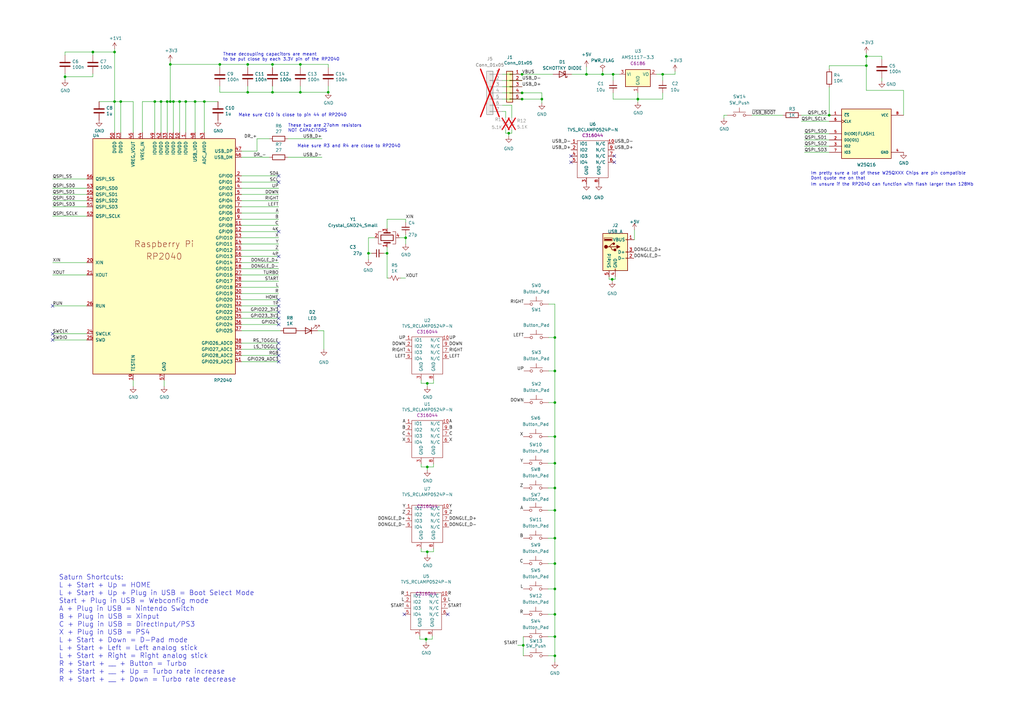
<source format=kicad_sch>
(kicad_sch (version 20231120) (generator "eeschema") (generator_version "8.0")
  (paper "A3")
  (title_block (title "Nintendo OEM SNES controller replacement PCB") (date "2022-10-21") (rev "3") (comment 1 "http://creativecommons.org/licenses/by-sa/4.0") (comment 2 "Attribution-ShareAlike v4.0 license.") (comment 3 "This document describes Open Hardware and is licensed under the Creative Commons") (comment 4 "(c) 2022 Bob Taylor"))
  (junction (at 222.25 40.64))
  (junction (at 151.13 103.886))
  (junction (at 175.26 157.226))
  (junction (at 63.5 41.656))
  (junction (at 49.53 41.656))
  (junction (at 123.19 37.846))
  (junction (at 69.85 41.656))
  (junction (at 271.78 30.48))
  (junction (at 66.04 41.656))
  (junction (at 227.584 231.14))
  (junction (at 261.62 40.64))
  (junction (at 83.82 41.656))
  (junction (at 69.85 26.416))
  (junction (at 227.584 261.112))
  (junction (at 73.66 41.656))
  (junction (at 355.346 23.114))
  (junction (at 76.2 41.656))
  (junction (at 227.584 179.07))
  (junction (at 134.62 37.846))
  (junction (at 214.63 264.668))
  (junction (at 227.584 138.43))
  (junction (at 251.46 30.48))
  (junction (at 90.17 26.416))
  (junction (at 247.142 30.48))
  (junction (at 227.584 251.968))
  (junction (at 123.19 26.416))
  (junction (at 46.99 21.336))
  (junction (at 46.99 41.656))
  (junction (at 80.01 41.656))
  (junction (at 227.584 209.296))
  (junction (at 208.661 54.61))
  (junction (at 227.584 152.146))
  (junction (at 240.538 30.48))
  (junction (at 355.346 26.924))
  (junction (at 174.752 262.128))
  (junction (at 68.58 41.656))
  (junction (at 227.584 241.554))
  (junction (at 166.37 97.536))
  (junction (at 227.584 200.152))
  (junction (at 111.76 26.416))
  (junction (at 175.26 226.314))
  (junction (at 111.76 37.846))
  (junction (at 101.6 37.846))
  (junction (at 158.75 103.886))
  (junction (at 214.122 30.48))
  (junction (at 26.67 31.496))
  (junction (at 340.106 47.244))
  (junction (at 214.122 38.1))
  (junction (at 101.6 26.416))
  (junction (at 227.584 165.1))
  (junction (at 71.12 41.656))
  (junction (at 38.1 21.336))
  (junction (at 214.122 40.64))
  (junction (at 175.26 191.516))
  (junction (at 251.079 114.554))
  (junction (at 227.584 268.986))
  (junction (at 227.584 220.726))
  (junction (at 227.584 189.992))
  (no_connect (at 251.968 64.008))
  (no_connect (at 234.188 66.548))
  (no_connect (at 114.3 74.676))
  (no_connect (at 114.3 148.336))
  (no_connect (at 21.59 125.476))
  (no_connect (at 251.968 66.548))
  (no_connect (at 114.3 140.716))
  (no_connect (at 21.59 136.906))
  (no_connect (at 234.188 64.008))
  (no_connect (at 114.3 145.796))
  (no_connect (at 165.862 251.968))
  (no_connect (at 21.59 139.446))
  (no_connect (at 114.3 125.476))
  (no_connect (at 183.642 251.968))
  (no_connect (at 114.3 128.016))
  (no_connect (at 114.3 94.996))
  (no_connect (at 114.3 130.556))
  (no_connect (at 114.3 105.156))
  (no_connect (at 114.3 72.136))
  (no_connect (at 114.3 122.936))
  (no_connect (at 114.3 133.096))
  (no_connect (at 114.3 143.256))
  (wire (pts (xy 271.78 30.48) (xy 271.78 33.02)))
  (wire (pts (xy 54.61 41.656) (xy 49.53 41.656)))
  (wire (pts (xy 260.223 98.298) (xy 259.969 98.298)))
  (wire (pts (xy 296.926 47.244) (xy 298.196 47.244)))
  (wire (pts (xy 99.06 143.256) (xy 114.3 143.256)))
  (wire (pts (xy 269.24 30.48) (xy 271.78 30.48)))
  (wire (pts (xy 340.106 28.194) (xy 340.106 26.924)))
  (wire (pts (xy 172.72 191.516) (xy 175.26 191.516)))
  (wire (pts (xy 208.661 54.61) (xy 208.661 55.88)))
  (wire (pts (xy 240.538 27.432) (xy 240.538 30.48)))
  (wire (pts (xy 177.8 157.226) (xy 177.8 155.956)))
  (wire (pts (xy 227.584 165.1) (xy 227.584 179.07)))
  (wire (pts (xy 90.17 26.416) (xy 101.6 26.416)))
  (wire (pts (xy 340.106 35.814) (xy 340.106 47.244)))
  (wire (pts (xy 46.99 20.066) (xy 46.99 21.336)))
  (wire (pts (xy 134.62 27.686) (xy 134.62 26.416)))
  (wire (pts (xy 68.58 54.356) (xy 68.58 41.656)))
  (wire (pts (xy 247.142 30.48) (xy 251.46 30.48)))
  (wire (pts (xy 328.676 47.244) (xy 340.106 47.244)))
  (wire (pts (xy 99.06 135.636) (xy 115.062 135.636)))
  (wire (pts (xy 234.442 30.48) (xy 240.538 30.48)))
  (wire (pts (xy 99.06 100.076) (xy 114.3 100.076)))
  (wire (pts (xy 99.06 97.536) (xy 114.3 97.536)))
  (wire (pts (xy 58.42 41.656) (xy 63.5 41.656)))
  (wire (pts (xy 175.26 157.226) (xy 177.8 157.226)))
  (wire (pts (xy 224.79 179.07) (xy 227.584 179.07)))
  (wire (pts (xy 130.302 135.636) (xy 132.842 135.636)))
  (wire (pts (xy 158.75 89.916) (xy 166.37 89.916)))
  (wire (pts (xy 38.1 31.496) (xy 38.1 30.226)))
  (wire (pts (xy 35.56 125.476) (xy 21.59 125.476)))
  (wire (pts (xy 222.25 40.64) (xy 222.25 38.1)))
  (wire (pts (xy 166.37 97.536) (xy 166.37 100.076)))
  (wire (pts (xy 99.06 115.316) (xy 114.3 115.316)))
  (wire (pts (xy 63.5 54.356) (xy 63.5 41.656)))
  (wire (pts (xy 163.83 97.536) (xy 166.37 97.536)))
  (wire (pts (xy 152.4 103.886) (xy 151.13 103.886)))
  (wire (pts (xy 208.661 54.61) (xy 209.931 54.61)))
  (wire (pts (xy 251.46 40.64) (xy 261.62 40.64)))
  (wire (pts (xy 227.584 152.146) (xy 227.584 165.1)))
  (wire (pts (xy 260.223 94.234) (xy 260.223 98.298)))
  (wire (pts (xy 21.59 107.696) (xy 35.56 107.696)))
  (wire (pts (xy 224.79 231.14) (xy 227.584 231.14)))
  (wire (pts (xy 249.809 113.538) (xy 249.809 114.554)))
  (wire (pts (xy 340.106 26.924) (xy 355.346 26.924)))
  (wire (pts (xy 35.56 73.406) (xy 21.59 73.406)))
  (wire (pts (xy 240.538 30.48) (xy 247.142 30.48)))
  (wire (pts (xy 296.926 47.244) (xy 296.926 48.514)))
  (wire (pts (xy 172.212 262.128) (xy 174.752 262.128)))
  (wire (pts (xy 214.63 264.668) (xy 214.63 261.112)))
  (wire (pts (xy 224.79 261.112) (xy 227.584 261.112)))
  (wire (pts (xy 329.946 57.404) (xy 340.106 57.404)))
  (wire (pts (xy 99.06 61.976) (xy 105.41 61.976)))
  (wire (pts (xy 80.01 41.656) (xy 83.82 41.656)))
  (wire (pts (xy 225.044 124.714) (xy 227.584 124.714)))
  (wire (pts (xy 251.079 114.554) (xy 252.349 114.554)))
  (wire (pts (xy 73.66 54.356) (xy 73.66 41.656)))
  (wire (pts (xy 58.42 54.356) (xy 58.42 41.656)))
  (wire (pts (xy 89.408 41.656) (xy 83.82 41.656)))
  (wire (pts (xy 207.391 54.61) (xy 208.661 54.61)))
  (wire (pts (xy 227.584 268.986) (xy 227.584 271.526)))
  (wire (pts (xy 35.56 136.906) (xy 21.59 136.906)))
  (wire (pts (xy 166.37 96.266) (xy 166.37 97.536)))
  (wire (pts (xy 224.79 209.296) (xy 227.584 209.296)))
  (wire (pts (xy 227.584 179.07) (xy 227.584 189.992)))
  (wire (pts (xy 90.17 35.306) (xy 90.17 37.846)))
  (wire (pts (xy 328.676 49.784) (xy 340.106 49.784)))
  (wire (pts (xy 99.06 128.016) (xy 114.3 128.016)))
  (wire (pts (xy 205.994 38.1) (xy 214.122 38.1)))
  (wire (pts (xy 151.13 97.536) (xy 151.13 103.886)))
  (wire (pts (xy 99.06 122.936) (xy 114.3 122.936)))
  (wire (pts (xy 224.79 189.992) (xy 227.584 189.992)))
  (wire (pts (xy 73.66 41.656) (xy 76.2 41.656)))
  (wire (pts (xy 227.584 209.296) (xy 227.584 200.152)))
  (wire (pts (xy 214.122 38.1) (xy 222.25 38.1)))
  (wire (pts (xy 99.06 72.136) (xy 114.3 72.136)))
  (wire (pts (xy 111.76 27.686) (xy 111.76 26.416)))
  (wire (pts (xy 69.85 41.656) (xy 71.12 41.656)))
  (wire (pts (xy 177.292 262.128) (xy 177.292 260.858)))
  (wire (pts (xy 111.76 35.306) (xy 111.76 37.846)))
  (wire (pts (xy 99.06 94.996) (xy 114.3 94.996)))
  (wire (pts (xy 224.79 241.554) (xy 227.584 241.554)))
  (wire (pts (xy 225.044 138.43) (xy 227.584 138.43)))
  (wire (pts (xy 123.19 27.686) (xy 123.19 26.416)))
  (wire (pts (xy 35.56 112.776) (xy 21.59 112.776)))
  (wire (pts (xy 205.994 43.18) (xy 209.931 43.18)))
  (wire (pts (xy 261.62 40.64) (xy 271.78 40.64)))
  (wire (pts (xy 99.06 125.476) (xy 114.3 125.476)))
  (wire (pts (xy 261.62 40.64) (xy 261.62 41.91)))
  (wire (pts (xy 174.752 262.128) (xy 177.292 262.128)))
  (wire (pts (xy 69.85 25.146) (xy 69.85 26.416)))
  (wire (pts (xy 340.106 59.944) (xy 329.946 59.944)))
  (wire (pts (xy 158.75 103.886) (xy 158.75 114.046)))
  (wire (pts (xy 99.06 110.236) (xy 114.3 110.236)))
  (wire (pts (xy 90.17 37.846) (xy 101.6 37.846)))
  (wire (pts (xy 172.72 191.516) (xy 172.72 190.246)))
  (wire (pts (xy 227.584 200.152) (xy 227.584 189.992)))
  (wire (pts (xy 99.06 74.676) (xy 114.3 74.676)))
  (wire (pts (xy 99.06 79.756) (xy 114.3 79.756)))
  (wire (pts (xy 26.67 21.336) (xy 38.1 21.336)))
  (wire (pts (xy 99.06 133.096) (xy 114.3 133.096)))
  (wire (pts (xy 174.752 262.128) (xy 174.752 263.398)))
  (wire (pts (xy 99.06 140.716) (xy 114.3 140.716)))
  (wire (pts (xy 175.26 226.314) (xy 175.26 227.584)))
  (wire (pts (xy 123.19 35.306) (xy 123.19 37.846)))
  (wire (pts (xy 99.06 120.396) (xy 114.3 120.396)))
  (wire (pts (xy 21.59 77.216) (xy 35.56 77.216)))
  (wire (pts (xy 252.349 114.554) (xy 252.349 113.538)))
  (wire (pts (xy 101.6 37.846) (xy 111.76 37.846)))
  (wire (pts (xy 63.5 41.656) (xy 66.04 41.656)))
  (wire (pts (xy 99.06 84.836) (xy 114.3 84.836)))
  (wire (pts (xy 38.1 21.336) (xy 46.99 21.336)))
  (wire (pts (xy 99.06 82.296) (xy 114.3 82.296)))
  (wire (pts (xy 118.11 64.516) (xy 132.08 64.516)))
  (wire (pts (xy 227.584 241.554) (xy 227.584 251.968)))
  (wire (pts (xy 205.994 30.48) (xy 214.122 30.48)))
  (wire (pts (xy 118.11 56.896) (xy 132.08 56.896)))
  (wire (pts (xy 251.079 114.554) (xy 251.079 115.316)))
  (wire (pts (xy 164.338 114.046) (xy 166.37 114.046)))
  (wire (pts (xy 340.106 54.864) (xy 329.946 54.864)))
  (wire (pts (xy 212.344 264.668) (xy 214.63 264.668)))
  (wire (pts (xy 370.586 47.244) (xy 370.586 37.084)))
  (wire (pts (xy 205.994 33.02) (xy 214.122 33.02)))
  (wire (pts (xy 308.356 47.244) (xy 321.056 47.244)))
  (wire (pts (xy 177.8 191.516) (xy 177.8 190.246)))
  (wire (pts (xy 225.044 165.1) (xy 227.584 165.1)))
  (wire (pts (xy 224.917 268.986) (xy 227.584 268.986)))
  (wire (pts (xy 46.99 41.656) (xy 46.99 54.356)))
  (wire (pts (xy 21.59 79.756) (xy 35.56 79.756)))
  (wire (pts (xy 99.06 107.696) (xy 114.3 107.696)))
  (wire (pts (xy 71.12 41.656) (xy 73.66 41.656)))
  (wire (pts (xy 66.04 41.656) (xy 68.58 41.656)))
  (wire (pts (xy 261.62 38.1) (xy 261.62 40.64)))
  (wire (pts (xy 67.31 155.956) (xy 67.31 158.496)))
  (wire (pts (xy 69.85 26.416) (xy 69.85 41.656)))
  (wire (pts (xy 26.67 22.606) (xy 26.67 21.336)))
  (wire (pts (xy 224.79 200.152) (xy 227.584 200.152)))
  (wire (pts (xy 209.931 43.18) (xy 209.931 48.26)))
  (wire (pts (xy 214.63 264.668) (xy 214.63 268.986)))
  (wire (pts (xy 340.106 62.484) (xy 329.946 62.484)))
  (wire (pts (xy 157.48 103.886) (xy 158.75 103.886)))
  (wire (pts (xy 83.82 41.656) (xy 83.82 54.356)))
  (wire (pts (xy 99.06 112.776) (xy 114.3 112.776)))
  (wire (pts (xy 123.19 26.416) (xy 134.62 26.416)))
  (wire (pts (xy 69.85 26.416) (xy 90.17 26.416)))
  (wire (pts (xy 21.59 84.836) (xy 35.56 84.836)))
  (wire (pts (xy 249.809 114.554) (xy 251.079 114.554)))
  (wire (pts (xy 227.584 251.968) (xy 227.584 261.112)))
  (wire (pts (xy 172.72 157.226) (xy 172.72 155.956)))
  (wire (pts (xy 172.72 226.314) (xy 172.72 225.044)))
  (wire (pts (xy 99.06 89.916) (xy 114.3 89.916)))
  (wire (pts (xy 209.931 53.34) (xy 209.931 54.61)))
  (wire (pts (xy 227.584 138.43) (xy 227.584 152.146)))
  (wire (pts (xy 276.86 29.21) (xy 276.86 30.48)))
  (wire (pts (xy 172.72 226.314) (xy 175.26 226.314)))
  (wire (pts (xy 99.06 77.216) (xy 114.3 77.216)))
  (wire (pts (xy 175.26 226.314) (xy 177.8 226.314)))
  (wire (pts (xy 105.41 56.896) (xy 105.41 61.976)))
  (wire (pts (xy 99.06 130.556) (xy 114.3 130.556)))
  (wire (pts (xy 99.06 64.516) (xy 110.49 64.516)))
  (wire (pts (xy 123.19 37.846) (xy 111.76 37.846)))
  (wire (pts (xy 224.79 251.968) (xy 227.584 251.968)))
  (wire (pts (xy 134.62 37.846) (xy 123.19 37.846)))
  (wire (pts (xy 158.75 114.046) (xy 159.258 114.046)))
  (wire (pts (xy 175.26 157.226) (xy 175.26 158.496)))
  (wire (pts (xy 158.75 101.346) (xy 158.75 103.886)))
  (wire (pts (xy 99.06 148.336) (xy 114.3 148.336)))
  (wire (pts (xy 205.994 45.72) (xy 207.391 45.72)))
  (wire (pts (xy 101.6 37.846) (xy 101.6 35.306)))
  (wire (pts (xy 68.58 41.656) (xy 69.85 41.656)))
  (wire (pts (xy 105.41 56.896) (xy 110.49 56.896)))
  (wire (pts (xy 134.62 35.306) (xy 134.62 37.846)))
  (wire (pts (xy 177.8 226.314) (xy 177.8 225.044)))
  (wire (pts (xy 227.584 209.296) (xy 227.584 220.726)))
  (wire (pts (xy 99.06 102.616) (xy 114.3 102.616)))
  (wire (pts (xy 99.06 87.376) (xy 114.3 87.376)))
  (wire (pts (xy 38.1 22.606) (xy 38.1 21.336)))
  (wire (pts (xy 355.346 37.084) (xy 370.586 37.084)))
  (wire (pts (xy 26.67 31.496) (xy 26.67 32.766)))
  (wire (pts (xy 205.994 40.64) (xy 214.122 40.64)))
  (wire (pts (xy 227.584 220.726) (xy 227.584 231.14)))
  (wire (pts (xy 214.122 30.48) (xy 226.822 30.48)))
  (wire (pts (xy 158.75 89.916) (xy 158.75 93.726)))
  (wire (pts (xy 361.696 23.114) (xy 355.346 23.114)))
  (wire (pts (xy 35.56 88.646) (xy 21.59 88.646)))
  (wire (pts (xy 35.56 139.446) (xy 21.59 139.446)))
  (wire (pts (xy 90.17 27.686) (xy 90.17 26.416)))
  (wire (pts (xy 99.06 92.456) (xy 114.3 92.456)))
  (wire (pts (xy 21.59 82.296) (xy 35.56 82.296)))
  (wire (pts (xy 111.76 26.416) (xy 123.19 26.416)))
  (wire (pts (xy 207.391 53.34) (xy 207.391 54.61)))
  (wire (pts (xy 355.346 21.844) (xy 355.346 23.114)))
  (wire (pts (xy 153.67 97.536) (xy 151.13 97.536)))
  (wire (pts (xy 205.994 35.56) (xy 214.122 35.56)))
  (wire (pts (xy 26.67 31.496) (xy 38.1 31.496)))
  (wire (pts (xy 225.044 152.146) (xy 227.584 152.146)))
  (wire (pts (xy 46.99 21.336) (xy 46.99 41.656)))
  (wire (pts (xy 214.122 40.64) (xy 222.25 40.64)))
  (wire (pts (xy 151.13 103.886) (xy 151.13 106.426)))
  (wire (pts (xy 66.04 54.356) (xy 66.04 41.656)))
  (wire (pts (xy 361.696 24.384) (xy 361.696 23.114)))
  (wire (pts (xy 101.6 26.416) (xy 111.76 26.416)))
  (wire (pts (xy 172.72 157.226) (xy 175.26 157.226)))
  (wire (pts (xy 247.142 29.21) (xy 247.142 30.48)))
  (wire (pts (xy 214.757 268.986) (xy 214.63 268.986)))
  (wire (pts (xy 71.12 54.356) (xy 71.12 41.656)))
  (wire (pts (xy 49.53 41.656) (xy 46.99 41.656)))
  (wire (pts (xy 355.346 26.924) (xy 355.346 37.084)))
  (wire (pts (xy 26.67 30.226) (xy 26.67 31.496)))
  (wire (pts (xy 80.01 54.356) (xy 80.01 41.656)))
  (wire (pts (xy 172.212 262.128) (xy 172.212 260.858)))
  (wire (pts (xy 99.06 117.856) (xy 114.3 117.856)))
  (wire (pts (xy 361.696 32.004) (xy 361.696 33.274)))
  (wire (pts (xy 227.584 261.112) (xy 227.584 268.986)))
  (wire (pts (xy 251.46 38.1) (xy 251.46 40.64)))
  (wire (pts (xy 101.6 27.686) (xy 101.6 26.416)))
  (wire (pts (xy 271.78 38.1) (xy 271.78 40.64)))
  (wire (pts (xy 207.391 45.72) (xy 207.391 48.26)))
  (wire (pts (xy 271.78 30.48) (xy 276.86 30.48)))
  (wire (pts (xy 46.99 41.656) (xy 40.64 41.656)))
  (wire (pts (xy 132.842 135.636) (xy 132.842 143.256)))
  (wire (pts (xy 99.06 105.156) (xy 114.3 105.156)))
  (wire (pts (xy 99.06 145.796) (xy 114.3 145.796)))
  (wire (pts (xy 227.584 231.14) (xy 227.584 241.554)))
  (wire (pts (xy 224.79 220.726) (xy 227.584 220.726)))
  (wire (pts (xy 227.584 124.714) (xy 227.584 138.43)))
  (wire (pts (xy 49.53 54.356) (xy 49.53 41.656)))
  (wire (pts (xy 175.26 191.516) (xy 175.26 192.786)))
  (wire (pts (xy 54.61 155.956) (xy 54.61 158.496)))
  (wire (pts (xy 76.2 41.656) (xy 76.2 54.356)))
  (wire (pts (xy 251.46 30.48) (xy 254 30.48)))
  (wire (pts (xy 222.25 42.291) (xy 222.25 40.64)))
  (wire (pts (xy 54.61 54.356) (xy 54.61 41.656)))
  (wire (pts (xy 355.346 23.114) (xy 355.346 26.924)))
  (wire (pts (xy 251.46 30.48) (xy 251.46 33.02)))
  (wire (pts (xy 175.26 191.516) (xy 177.8 191.516)))
  (wire (pts (xy 166.37 89.916) (xy 166.37 91.186)))
  (wire (pts (xy 76.2 41.656) (xy 80.01 41.656)))
  (text "Saturn Shortcuts:\nL + Start + Up = HOME\nL + Start + Up + Plug in USB = Boot Select Mode\nStart + Plug in USB = Webconfig mode\nA + Plug in USB = Nintendo Switch\nB + Plug in USB = Xinput\nC + Plug in USB = DirectInput/PS3\nX + Plug in USB = PS4\nL + Start + Down = D-Pad mode\nL + Start + Left = Left analog stick\nL + Start + Right = Right analog stick\nR + Start + __ + Button = Turbo\nR + Start + __ + Up = Turbo rate increase\nR + Start + __ + Down = Turbo rate decrease" (at 24.13 279.908 0) (effects (font (size 2 2)) (justify left bottom)))
  (text "These two are 27ohm resistors \nNOT CAPACITORS" (at 118.11 54.356 0) (effects (font (size 1.27 1.27)) (justify left bottom)))
  (text "Make sure R3 and R4 are close to RP2040" (at 121.92 60.706 0) (effects (font (size 1.27 1.27)) (justify left bottom)))
  (text "Im pretty sure a lot of these W25QXXX Chips are pin compatible\nDont quote me on that" (at 332.486 73.914 0) (effects (font (size 1.27 1.27)) (justify left bottom)))
  (text "Im unsure if the RP2040 can function with flash larger than 128Mb" (at 332.486 76.454 0) (effects (font (size 1.27 1.27)) (justify left bottom)))
  (text "These decoupling capacitors are meant\nto be put close by each 3.3V pin of the RP2040" (at 91.44 25.146 0) (effects (font (size 1.27 1.27)) (justify left bottom)))
  (text "Make sure C10 is close to pin 44 of RP2040" (at 97.79 48.006 0) (effects (font (size 1.27 1.27)) (justify left bottom)))
  (label "QSPI_SD0" (at 329.946 54.864 0))
  (label "QSPI_SD1" (at 329.946 57.404 0))
  (label "GPIO24" (at 114.3 133.096 180))
  (label "C" (at 214.63 231.14 180))
  (label "START" (at 183.642 249.428 0))
  (label "GPIO22_3V3" (at 114.3 128.016 180))
  (label "L" (at 114.3 117.856 180))
  (label "RIGHT" (at 166.37 144.526 180))
  (label "Z" (at 214.63 200.152 180))
  (label "DONGLE_D-" (at 114.3 110.236 180))
  (label "B" (at 114.3 89.916 180))
  (label "L" (at 183.642 246.888 0))
  (label "QSPI_SCLK" (at 21.59 88.646 0))
  (label "XOUT" (at 166.37 114.046 0))
  (label "DOWN" (at 166.37 141.986 180))
  (label "A" (at 214.63 209.296 180))
  (label "DONGLE_D+" (at 184.15 213.614 0))
  (label "QSPI_SD0" (at 21.59 77.216 0))
  (label "USB_D-" (at 214.122 33.02 0))
  (label "R" (at 214.63 251.968 180))
  (label "B" (at 184.15 176.276 0))
  (label "DOWN" (at 214.884 165.1 180))
  (label "VBUS" (at 214.122 30.48 0))
  (label "Y" (at 214.63 189.992 180))
  (label "LEFT" (at 184.15 147.066 0))
  (label "SWCLK" (at 21.59 136.906 0))
  (label "RUN" (at 21.59 125.476 0))
  (label "XOUT" (at 21.59 112.776 0))
  (label "B" (at 214.63 220.726 180))
  (label "Y" (at 114.3 100.076 180))
  (label "L" (at 165.862 246.888 180))
  (label "A" (at 114.3 87.376 180))
  (label "USB_D-" (at 234.188 58.928 180))
  (label "SWDIO" (at 21.59 139.446 0))
  (label "UP" (at 214.884 152.146 180))
  (label "USB_D+" (at 234.188 61.468 180))
  (label "C" (at 114.3 92.456 180))
  (label "DR_-" (at 109.22 64.516 180))
  (label "START" (at 165.862 249.428 180))
  (label "L" (at 214.63 241.554 180))
  (label "QSPI_SD3" (at 329.946 62.484 0))
  (label "A" (at 184.15 173.736 0))
  (label "GPIO29_ADC3" (at 114.3 148.336 180))
  (label "QSPI_SCLK" (at 328.676 49.784 0))
  (label "RS_TOGGLE" (at 114.3 140.716 180))
  (label "Z" (at 166.37 211.074 180))
  (label "Z" (at 184.15 211.074 0))
  (label "~{USB_BOOT}" (at 308.356 47.244 0))
  (label "QSPI_SS" (at 331.216 47.244 0))
  (label "DONGLE_D+" (at 259.969 103.378 0))
  (label "R" (at 114.3 120.396 180))
  (label "RIGHT" (at 114.3 82.296 180))
  (label "GPIO23_3V3" (at 114.3 130.556 180))
  (label "LEFT" (at 166.37 147.066 180))
  (label "DR_+" (at 105.41 56.896 180))
  (label "QSPI_SD2" (at 21.59 82.296 0))
  (label "USB_D+" (at 251.968 61.468 0))
  (label "USB_D-" (at 132.08 64.516 180))
  (label "XIN" (at 166.37 89.916 0))
  (label "C" (at 166.37 178.816 180))
  (label "C" (at 184.15 178.816 0))
  (label "START" (at 114.3 115.316 180))
  (label "DONGLE_D+" (at 114.3 107.696 180))
  (label "4P" (at 114.3 105.156 180))
  (label "B" (at 166.37 176.276 180))
  (label "RIGHT" (at 214.884 124.714 180))
  (label "X" (at 184.15 181.356 0))
  (label "UP" (at 114.3 77.216 180))
  (label "4K" (at 114.3 94.996 180))
  (label "X" (at 114.3 97.536 180))
  (label "R" (at 165.862 244.348 180))
  (label "USB_D+" (at 132.08 56.896 180))
  (label "DOWN" (at 184.15 141.986 0))
  (label "DONGLE_D-" (at 166.37 216.154 180))
  (label "R" (at 183.642 244.348 0))
  (label "DONGLE_D-" (at 259.969 105.918 0))
  (label "DONGLE_D+" (at 166.37 213.614 180))
  (label "LEFT" (at 214.884 138.43 180))
  (label "X" (at 166.37 181.356 180))
  (label "QSPI_SS" (at 21.59 73.406 0))
  (label "TURBO" (at 114.3 112.776 180))
  (label "XIN" (at 21.59 107.696 0))
  (label "Z" (at 114.3 102.616 180))
  (label "TP" (at 114.3 125.476 180))
  (label "DONGLE_D-" (at 184.15 216.154 0))
  (label "Y" (at 166.37 208.534 180))
  (label "QSPI_SD1" (at 21.59 79.756 0))
  (label "UP" (at 184.15 139.446 0))
  (label "RGB" (at 114.3 145.796 180))
  (label "LEFT" (at 114.3 84.836 180))
  (label "A" (at 166.37 173.736 180))
  (label "QSPI_SD2" (at 329.946 59.944 0))
  (label "Y" (at 184.15 208.534 0))
  (label "QSPI_SD3" (at 21.59 84.836 0))
  (label "USB_D-" (at 251.968 58.928 0))
  (label "SCL" (at 114.3 74.676 180))
  (label "LS_TOGGLE" (at 114.3 143.256 180))
  (label "UP" (at 166.37 139.446 180))
  (label "RIGHT" (at 184.15 144.526 0))
  (label "HOME" (at 114.3 122.936 180))
  (label "START" (at 212.344 264.668 180))
  (label "DOWN" (at 114.3 79.756 180))
  (label "SDA" (at 114.3 72.136 180))
  (label "USB_D+" (at 214.122 35.56 0))
  (label "X" (at 214.63 179.07 180))
  (symbol (lib_id "Video_Games:TVS_RCLAMP0524P-N-Video_Games") (at 175.26 177.546 0) (unit 1)
    (property "Reference" "U1" (at 175.26 165.735 0))
    (property "Value" "TVS_RCLAMP0524P-N" (at 175.26 168.0464 0))
    (property "Footprint" "Package_DFN_QFN:UDFN-10_1.35x2.6mm_P0.5mm" (effects (hide yes)))
    (property "Datasheet" "https://datasheet.lcsc.com/szlcsc/Bourne-Semicon-Shenzhen-RCLAMP0524P-N_C316044.pdf" (effects (hide yes)))
    (property "LCSC Part" "C316044" (at 175.26 170.3578 0))
  )
  (symbol (lib_id "power:GND") (at 174.752 263.398 0) (unit 1)
    (property "Reference" "#PWR024" (effects (hide yes)))
    (property "Value" "GND" (at 174.879 267.7922 0))
  )
  (symbol (lib_id "Device:R") (at 324.866 47.244 270) (unit 1)
    (property "Reference" "R3" (at 324.866 44.704 90))
    (property "Value" "1K" (at 324.866 47.244 90))
    (property "Footprint" "Resistor_SMD:R_0402_1005Metric" (effects (hide yes)))
    (property "LCSC Part" "C11702" (effects (hide yes)))
  )
  (symbol (lib_id "Device:D_Schottky") (at 230.632 30.48 180) (unit 1)
    (property "Reference" "D1" (at 230.632 25.4 0))
    (property "Value" "SCHOTTKY DIODE" (at 230.632 27.94 0))
    (property "Footprint" "Diode_SMD:D_0603_1608Metric" (effects (hide yes)))
    (property "LCSC Part" "C143772" (effects (hide yes)))
    (property "Sim.Device" "SPICE" (effects (hide yes)))
    (property "Sim.Params" "type=\"D\" model=\"SCHOTTKY DIODE\" lib=\"\"" (effects (hide yes)))
    (property "Sim.Pins" "1=1 2=2" (effects (hide yes)))
  )
  (symbol (lib_id "Device:C") (at 123.19 31.496 0) (unit 1)
    (property "Reference" "C13" (at 126.111 30.3276 0) (effects (justify left)))
    (property "Value" "100n" (at 126.111 32.639 0) (effects (justify left)))
    (property "Footprint" "Capacitor_SMD:C_0402_1005Metric" (effects (hide yes)))
    (property "LCSC Part" "C1525" (effects (hide yes)))
  )
  (symbol (lib_id "power:GND") (at 361.696 33.274 0) (unit 1)
    (property "Reference" "#PWR011" (effects (hide yes)))
    (property "Value" "GND" (at 365.506 34.544 0))
  )
  (symbol (lib_id "Video_Games:RP2040") (at 67.31 105.156 0) (unit 1)
    (property "Reference" "U4" (at 39.37 55.626 0))
    (property "Value" "RP2040" (at 91.44 155.956 0))
    (property "Footprint" "VideoGames_KiCad6:RP2040-QFN-56" (effects (hide yes)))
    (property "Datasheet" "https://datasheets.raspberrypi.com/pico/pico-datasheet.pdf" (effects (hide yes)))
    (property "LCSC Part" "C2040" (effects (hide yes)))
  )
  (symbol (lib_id "Device:R_Small_US") (at 207.391 50.8 180) (unit 1) (on_board no) (dnp yes)
    (property "Reference" "R11" (at 202.946 49.022 0) (effects (justify right)))
    (property "Value" "5.1K" (at 201.549 52.197 0) (effects (justify right)))
    (property "Footprint" "Resistor_SMD:R_0402_1005Metric" (effects (hide yes)))
    (property "LCSC Part" "C25905" (effects (hide yes)))
  )
  (symbol (lib_id "Device:C_Small") (at 166.37 93.726 180) (unit 1)
    (property "Reference" "C4" (at 170.18 91.44 0) (effects (justify left)))
    (property "Value" "27p" (at 171.196 96.266 0) (effects (justify left)))
    (property "Footprint" "Capacitor_SMD:C_0402_1005Metric" (effects (hide yes)))
    (property "LCSC Part" "C1557" (effects (hide yes)))
  )
  (symbol (lib_id "Device:C_Small") (at 271.78 35.56 0) (unit 1)
    (property "Reference" "C2" (at 276.86 34.29 0))
    (property "Value" "10u" (at 276.86 36.83 0))
    (property "Footprint" "Capacitor_SMD:C_0402_1005Metric" (effects (hide yes)))
    (property "LCSC Part" "C15525" (effects (hide yes)))
  )
  (symbol (lib_id "Switch:SW_Push") (at 219.71 189.992 0) (mirror y) (unit 1) (in_bom no)
    (property "Reference" "SW10" (at 219.71 182.372 0))
    (property "Value" "Button_Pad" (at 219.71 184.912 0))
    (property "Footprint" "VideoGames:BTN_Controller_5mm_0.3_0.3" (effects (hide yes)))
  )
  (symbol (lib_id "Connector_Generic:Conn_01x07") (at 200.914 38.1 0) (mirror y) (unit 1) (on_board no) (dnp yes)
    (property "Reference" "J5" (at 200.914 24.13 0))
    (property "Value" "Conn_01x05" (at 200.914 26.67 0))
    (property "Footprint" "Connector_JST:JST_PH_S7B-PH-K_1x07_P2.00mm_Horizontal" (effects (hide yes)))
    (property "LCSC Part" "C5342447" (effects (hide yes)))
  )
  (symbol (lib_id "power:GND") (at 208.661 55.88 0) (unit 1)
    (property "Reference" "#PWR022" (effects (hide yes)))
    (property "Value" "GND" (at 208.661 60.96 0))
  )
  (symbol (lib_id "Switch:SW_Push") (at 219.837 268.986 0) (unit 1)
    (property "Reference" "SW13" (at 219.837 262.89 0))
    (property "Value" "SW_Push" (at 219.837 264.922 0))
    (property "Footprint" "Button_Switch_SMD:SW_SPST_SKQG_WithStem" (effects (hide yes)))
    (property "LCSC Part" "C318884" (effects (hide yes)))
  )
  (symbol (lib_id "Switch:SW_Push") (at 219.964 138.43 0) (unit 1) (in_bom no)
    (property "Reference" "SW1" (at 219.964 127 0))
    (property "Value" "Button_Pad" (at 219.964 133.35 0))
    (property "Footprint" "VideoGames:BTN_Controller_Saturn" (effects (hide yes)))
  )
  (symbol (lib_id "Switch:SW_Push") (at 303.276 47.244 0) (unit 1)
    (property "Reference" "SW14" (at 303.276 39.624 0))
    (property "Value" "SW_Push" (at 303.276 42.164 0))
    (property "Footprint" "Button_Switch_SMD:SW_SPST_SKQG_WithStem" (effects (hide yes)))
    (property "LCSC Part" "C318884" (effects (hide yes)))
  )
  (symbol (lib_id "power:GND") (at 222.25 42.291 0) (mirror y) (unit 1)
    (property "Reference" "#PWR031" (effects (hide yes)))
    (property "Value" "GND" (at 222.25 46.863 0))
  )
  (symbol (lib_id "power:GND") (at 296.926 48.514 0) (unit 1)
    (property "Reference" "#PWR030" (effects (hide yes)))
    (property "Value" "GND" (at 297.053 52.9082 0))
  )
  (symbol (lib_id "power:GND") (at 370.586 62.484 0) (unit 1)
    (property "Reference" "#PWR012" (effects (hide yes)))
    (property "Value" "GND" (at 370.713 66.8782 0))
  )
  (symbol (lib_id "Device:R_Small_US") (at 161.798 114.046 270) (unit 1)
    (property "Reference" "R5" (at 161.798 108.839 90))
    (property "Value" "1K" (at 161.798 111.1504 90))
    (property "Footprint" "Resistor_SMD:R_0402_1005Metric" (effects (hide yes)))
    (property "LCSC Part" "C11702" (effects (hide yes)))
  )
  (symbol (lib_id "Device:Crystal_GND24") (at 158.75 97.536 90) (unit 1)
    (property "Reference" "Y1" (at 146.05 89.916 90) (effects (justify left)))
    (property "Value" "Crystal_GND24_Small" (at 154.94 92.456 90) (effects (justify left)))
    (property "Footprint" "Crystal:Crystal_SMD_SeikoEpson_TSX3225-4Pin_3.2x2.5mm" (effects (hide yes)))
    (property "LCSC Part" "C9002" (effects (hide yes)))
  )
  (symbol (lib_id "power:GND") (at 132.842 143.256 0) (unit 1)
    (property "Reference" "#PWR021" (effects (hide yes)))
    (property "Value" "GND" (at 132.842 148.59 0))
  )
  (symbol (lib_id "Switch:SW_Push") (at 219.71 241.554 0) (mirror y) (unit 1)
    (property "Reference" "SW5" (at 219.71 233.934 0))
    (property "Value" "Button_Pad" (at 219.71 236.474 0))
    (property "Footprint" "Button_Switch_THT:SW_Tactile_SPST_Angled_PTS645Vx39-2LFS" (effects (hide yes)))
    (property "LCSC Part" "C127680" (effects (hide yes)))
  )
  (symbol (lib_id "Device:R") (at 114.3 56.896 270) (unit 1)
    (property "Reference" "R6" (at 114.3 51.6382 90))
    (property "Value" "27" (at 114.3 53.9496 90))
    (property "Footprint" "Resistor_SMD:R_0402_1005Metric" (effects (hide yes)))
    (property "LCSC Part" "C25100" (effects (hide yes)))
  )
  (symbol (lib_id "Switch:SW_Push") (at 219.71 220.726 0) (mirror y) (unit 1) (in_bom no)
    (property "Reference" "SW11" (at 219.71 213.106 0))
    (property "Value" "Button_Pad" (at 219.71 215.646 0))
    (property "Footprint" "VideoGames:BTN_Controller_5mm_0.3_0.3" (effects (hide yes)))
  )
  (symbol (lib_id "power:GND") (at 240.538 75.438 0) (unit 1)
    (property "Reference" "#PWR029" (effects (hide yes)))
    (property "Value" "GND" (at 240.538 81.026 0))
  )
  (symbol (lib_id "power:GND") (at 134.62 37.846 0) (unit 1)
    (property "Reference" "#PWR020" (effects (hide yes)))
    (property "Value" "GND" (at 134.747 42.2402 0))
  )
  (symbol (lib_id "Switch:SW_Push") (at 219.71 261.112 0) (mirror y) (unit 1) (in_bom no)
    (property "Reference" "SW4" (at 219.71 254.762 0))
    (property "Value" "Button_Pad" (at 219.71 257.302 0))
    (property "Footprint" "VideoGames:BTN_Controller_5mm_0.3_0.3" (effects (hide yes)))
  )
  (symbol (lib_id "power:GND") (at 40.64 49.276 0) (unit 1)
    (property "Reference" "#PWR014" (effects (hide yes)))
    (property "Value" "GND" (at 40.767 53.6702 0))
  )
  (symbol (lib_id "power:GND") (at 175.26 158.496 0) (unit 1)
    (property "Reference" "#PWR0102" (effects (hide yes)))
    (property "Value" "GND" (at 175.387 162.8902 0))
  )
  (symbol (lib_id "Video_Games:TVS_RCLAMP0524P-N-Video_Games") (at 175.26 212.344 0) (unit 1)
    (property "Reference" "U7" (at 175.26 200.533 0))
    (property "Value" "TVS_RCLAMP0524P-N" (at 175.26 202.8444 0))
    (property "Footprint" "Package_DFN_QFN:UDFN-10_1.35x2.6mm_P0.5mm" (effects (hide yes)))
    (property "Datasheet" "https://datasheet.lcsc.com/szlcsc/Bourne-Semicon-Shenzhen-RCLAMP0524P-N_C316044.pdf" (effects (hide yes)))
    (property "LCSC Part" "C316044" (at 175.26 207.6958 0))
  )
  (symbol (lib_id "power:+3V3") (at 69.85 25.146 0) (unit 1)
    (property "Reference" "#PWR018" (effects (hide yes)))
    (property "Value" "+3V3" (at 70.231 20.7518 0))
  )
  (symbol (lib_id "power:+3V3") (at 355.346 21.844 0) (unit 1)
    (property "Reference" "#PWR09" (effects (hide yes)))
    (property "Value" "+3V3" (at 355.727 17.4498 0))
  )
  (symbol (lib_id "power:GND") (at 54.61 158.496 0) (unit 1)
    (property "Reference" "#PWR016" (effects (hide yes)))
    (property "Value" "GND" (at 54.737 162.8902 0))
  )
  (symbol (lib_id "power:+5V") (at 260.223 94.234 0) (unit 1)
    (property "Reference" "#PWR033" (effects (hide yes)))
    (property "Value" "+5V" (at 260.223 90.9828 0))
  )
  (symbol (lib_id "Switch:SW_Push") (at 219.71 200.152 0) (mirror y) (unit 1) (in_bom no)
    (property "Reference" "SW8" (at 219.71 192.532 0))
    (property "Value" "Button_Pad" (at 219.71 195.072 0))
    (property "Footprint" "VideoGames:BTN_Controller_5mm_0.3_0.3" (effects (hide yes)))
  )
  (symbol (lib_id "power:+5V") (at 240.538 27.432 0) (unit 1)
    (property "Reference" "#PWR04" (effects (hide yes)))
    (property "Value" "+5V" (at 240.538 22.352 0))
  )
  (symbol (lib_id "Video_Games:TVS_RCLAMP0524P-N-Video_Games") (at 243.078 62.738 0) (unit 1)
    (property "Reference" "U6" (at 243.078 50.927 0))
    (property "Value" "TVS_RCLAMP0524P-N" (at 243.078 53.2384 0))
    (property "Footprint" "Package_DFN_QFN:UDFN-10_1.35x2.6mm_P0.5mm" (effects (hide yes)))
    (property "Datasheet" "https://datasheet.lcsc.com/szlcsc/Bourne-Semicon-Shenzhen-RCLAMP0524P-N_C316044.pdf" (effects (hide yes)))
    (property "LCSC Part" "C316044" (at 243.078 55.5498 0))
  )
  (symbol (lib_id "power:GND") (at 245.618 75.438 0) (unit 1)
    (property "Reference" "#PWR028" (effects (hide yes)))
    (property "Value" "GND" (at 245.618 81.026 0))
  )
  (symbol (lib_id "Device:R") (at 340.106 32.004 0) (unit 1)
    (property "Reference" "R4" (at 341.884 30.8356 0) (effects (justify left)))
    (property "Value" "10K" (at 341.884 33.147 0) (effects (justify left)))
    (property "Footprint" "Resistor_SMD:R_0402_1005Metric" (effects (hide yes)))
    (property "LCSC Part" "C25744" (effects (hide yes)))
  )
  (symbol (lib_id "Regulator_Linear:AMS1117-3.3") (at 261.62 30.48 0) (unit 1)
    (property "Reference" "U3" (at 261.62 20.955 0))
    (property "Value" "AMS1117-3.3" (at 261.62 23.495 0))
    (property "Footprint" "Package_TO_SOT_SMD:SOT-223-3_TabPin2" (effects (hide yes)))
    (property "Datasheet" "http://www.advanced-monolithic.com/pdf/ds1117.pdf" (effects (hide yes)))
    (property "LCSC Part" "C6186" (at 261.62 26.035 0))
  )
  (symbol (lib_id "Switch:SW_Push") (at 219.71 251.968 0) (mirror y) (unit 1)
    (property "Reference" "SW12" (at 219.71 244.348 0))
    (property "Value" "Button_Pad" (at 219.71 246.888 0))
    (property "Footprint" "Button_Switch_THT:SW_Tactile_SPST_Angled_PTS645Vx39-2LFS" (effects (hide yes)))
    (property "LCSC Part" "C127680" (effects (hide yes)))
  )
  (symbol (lib_id "Connector_Generic:Conn_01x05") (at 209.042 35.56 0) (mirror y) (unit 1)
    (property "Reference" "J1" (at 210.312 23.495 0) (effects (justify left)))
    (property "Value" "Conn_01x05" (at 218.44 25.781 0) (effects (justify left)))
    (property "Footprint" "Connector_JST:JST_PH_S5B-PH-K_1x05_P2.00mm_Horizontal" (effects (hide yes)))
    (property "LCSC Part" "C10402" (effects (hide yes)))
  )
  (symbol (lib_id "power:GND") (at 175.26 192.786 0) (unit 1)
    (property "Reference" "#PWR0108" (effects (hide yes)))
    (property "Value" "GND" (at 175.387 197.1802 0))
  )
  (symbol (lib_id "Device:LED") (at 126.492 135.636 180) (unit 1)
    (property "Reference" "D2" (at 128.0795 128.016 0))
    (property "Value" "LED" (at 128.0795 130.556 0))
    (property "Footprint" "LED_SMD:LED_0603_1608Metric" (effects (hide yes)))
    (property "LCSC Part" "C2290" (effects (hide yes)))
  )
  (symbol (lib_id "Device:C") (at 111.76 31.496 0) (unit 1)
    (property "Reference" "C12" (at 114.681 30.3276 0) (effects (justify left)))
    (property "Value" "100n" (at 114.681 32.639 0) (effects (justify left)))
    (property "Footprint" "Capacitor_SMD:C_0402_1005Metric" (effects (hide yes)))
    (property "LCSC Part" "C1525" (effects (hide yes)))
  )
  (symbol (lib_id "Video_Games:TVS_RCLAMP0524P-N-Video_Games") (at 174.752 248.158 0) (unit 1)
    (property "Reference" "U5" (at 174.752 236.347 0))
    (property "Value" "TVS_RCLAMP0524P-N" (at 174.752 238.6584 0))
    (property "Footprint" "Package_DFN_QFN:UDFN-10_1.35x2.6mm_P0.5mm" (effects (hide yes)))
    (property "Datasheet" "https://datasheet.lcsc.com/szlcsc/Bourne-Semicon-Shenzhen-RCLAMP0524P-N_C316044.pdf" (effects (hide yes)))
    (property "LCSC Part" "C316044" (at 174.752 243.5098 0))
  )
  (symbol (lib_id "Switch:SW_Push") (at 219.964 152.146 0) (unit 1) (in_bom no)
    (property "Reference" "SW3" (at 219.964 144.526 0))
    (property "Value" "Button_Pad" (at 219.964 147.066 0))
    (property "Footprint" "VideoGames:BTN_Controller_Saturn" (effects (hide yes)))
  )
  (symbol (lib_id "Switch:SW_Push") (at 219.71 209.296 0) (mirror y) (unit 1) (in_bom no)
    (property "Reference" "SW7" (at 219.71 202.946 0))
    (property "Value" "Button_Pad" (at 219.71 204.724 0))
    (property "Footprint" "VideoGames:BTN_Controller_5mm_0.3_0.3" (effects (hide yes)))
  )
  (symbol (lib_id "Switch:SW_Push") (at 219.964 165.1 0) (unit 1) (in_bom no)
    (property "Reference" "SW2" (at 219.964 157.48 0))
    (property "Value" "Button_Pad" (at 219.964 160.02 0))
    (property "Footprint" "VideoGames:BTN_Controller_Saturn" (effects (hide yes)))
  )
  (symbol (lib_id "Device:R_Small_US") (at 209.931 50.8 180) (unit 1) (on_board no) (dnp yes)
    (property "Reference" "R12" (at 211.963 49.53 0) (effects (justify right)))
    (property "Value" "5.1K" (at 211.963 52.07 0) (effects (justify right)))
    (property "Footprint" "Resistor_SMD:R_0402_1005Metric" (effects (hide yes)))
    (property "LCSC Part" "C25905" (effects (hide yes)))
  )
  (symbol (lib_id "Device:C_Small") (at 154.94 103.886 90) (mirror x) (unit 1)
    (property "Reference" "C3" (at 146.05 101.346 90) (effects (justify left)))
    (property "Value" "27p" (at 148.59 103.886 90) (effects (justify left)))
    (property "Footprint" "Capacitor_SMD:C_0402_1005Metric" (effects (hide yes)))
    (property "LCSC Part" "C1557" (effects (hide yes)))
  )
  (symbol (lib_id "Video_Games:TVS_RCLAMP0524P-N-Video_Games") (at 175.26 143.256 0) (unit 1)
    (property "Reference" "U2" (at 175.26 131.445 0))
    (property "Value" "TVS_RCLAMP0524P-N" (at 175.26 133.7564 0))
    (property "Footprint" "Package_DFN_QFN:UDFN-10_1.35x2.6mm_P0.5mm" (effects (hide yes)))
    (property "Datasheet" "https://datasheet.lcsc.com/szlcsc/Bourne-Semicon-Shenzhen-RCLAMP0524P-N_C316044.pdf" (effects (hide yes)))
    (property "LCSC Part" "C316044" (at 175.26 136.0678 0))
    (property "MPN" "C316044" (effects (hide yes)))
  )
  (symbol (lib_id "Switch:SW_Push") (at 219.71 179.07 0) (mirror y) (unit 1) (in_bom no)
    (property "Reference" "SW6" (at 219.71 171.45 0))
    (property "Value" "Button_Pad" (at 219.71 173.99 0))
    (property "Footprint" "VideoGames:BTN_Controller_5mm_0.3_0.3" (effects (hide yes)))
  )
  (symbol (lib_id "power:+3V3") (at 276.86 29.21 0) (unit 1)
    (property "Reference" "#PWR06" (effects (hide yes)))
    (property "Value" "+3V3" (at 277.241 24.8158 0))
  )
  (symbol (lib_id "power:+1V1") (at 46.99 20.066 0) (unit 1)
    (property "Reference" "#PWR015" (effects (hide yes)))
    (property "Value" "+1V1" (at 47.371 15.6718 0))
  )
  (symbol (lib_id "Device:R") (at 118.872 135.636 270) (unit 1)
    (property "Reference" "R8" (at 118.872 130.3782 90))
    (property "Value" "1K" (at 118.872 132.6896 90))
    (property "Footprint" "Resistor_SMD:R_0402_1005Metric" (effects (hide yes)))
    (property "LCSC Part" "C11702" (effects (hide yes)))
  )
  (symbol (lib_id "Device:C") (at 26.67 26.416 0) (unit 1)
    (property "Reference" "C6" (at 29.591 25.2476 0) (effects (justify left)))
    (property "Value" "100n" (at 29.591 27.559 0) (effects (justify left)))
    (property "Footprint" "Capacitor_SMD:C_0402_1005Metric" (effects (hide yes)))
    (property "LCSC Part" "C1525" (effects (hide yes)))
  )
  (symbol (lib_id "Device:C") (at 90.17 31.496 0) (unit 1)
    (property "Reference" "C9" (at 93.091 30.3276 0) (effects (justify left)))
    (property "Value" "100n" (at 93.091 32.639 0) (effects (justify left)))
    (property "Footprint" "Capacitor_SMD:C_0402_1005Metric" (effects (hide yes)))
    (property "LCSC Part" "C1525" (effects (hide yes)))
  )
  (symbol (lib_id "Device:R") (at 114.3 64.516 270) (unit 1)
    (property "Reference" "R7" (at 114.3 59.2582 90))
    (property "Value" "27" (at 114.3 61.5696 90))
    (property "Footprint" "Resistor_SMD:R_0402_1005Metric" (effects (hide yes)))
    (property "LCSC Part" "C25100" (effects (hide yes)))
  )
  (symbol (lib_id "Video_Games:W25Q256JVEIQ_TR") (at 355.346 54.864 0) (unit 1)
    (property "Reference" "FLASH1" (at 355.346 54.864 0))
    (property "Value" "W25Q16" (at 355.346 67.564 0))
    (property "Footprint" "VideoGames:RPI_SPI_Flash_Universal_W25Q16" (effects (hide yes)))
    (property "LCSC Part" "C2843335" (effects (hide yes)))
  )
  (symbol (lib_id "power:PWR_FLAG") (at 247.142 29.21 0) (mirror y) (unit 1)
    (property "Reference" "#FLG01" (effects (hide yes)))
    (property "Value" "PWR_FLAG" (at 247.142 24.8158 0))
  )
  (symbol (lib_id "power:GND") (at 26.67 32.766 0) (unit 1)
    (property "Reference" "#PWR013" (effects (hide yes)))
    (property "Value" "GND" (at 26.797 37.1602 0))
  )
  (symbol (lib_id "Device:C") (at 89.408 45.466 0) (unit 1)
    (property "Reference" "C10" (at 92.329 44.2976 0) (effects (justify left)))
    (property "Value" "1u" (at 92.329 46.609 0) (effects (justify left)))
    (property "Footprint" "Capacitor_SMD:C_0402_1005Metric" (effects (hide yes)))
    (property "LCSC Part" "C52923" (effects (hide yes)))
  )
  (symbol (lib_id "Device:C") (at 38.1 26.416 0) (unit 1)
    (property "Reference" "C7" (at 41.021 25.2476 0) (effects (justify left)))
    (property "Value" "100n" (at 41.021 27.559 0) (effects (justify left)))
    (property "Footprint" "Capacitor_SMD:C_0402_1005Metric" (effects (hide yes)))
    (property "LCSC Part" "C1525" (effects (hide yes)))
  )
  (symbol (lib_id "power:GND") (at 151.13 106.426 0) (mirror y) (unit 1)
    (property "Reference" "#PWR08" (effects (hide yes)))
    (property "Value" "GND" (at 151.003 110.8202 0))
  )
  (symbol (lib_id "Device:C") (at 134.62 31.496 0) (unit 1)
    (property "Reference" "C14" (at 137.541 30.3276 0) (effects (justify left)))
    (property "Value" "100n" (at 137.541 32.639 0) (effects (justify left)))
    (property "Footprint" "Capacitor_SMD:C_0402_1005Metric" (effects (hide yes)))
    (property "LCSC Part" "C1525" (effects (hide yes)))
  )
  (symbol (lib_id "Device:C") (at 361.696 28.194 0) (unit 1)
    (property "Reference" "C5" (at 364.617 27.0256 0) (effects (justify left)))
    (property "Value" "100n" (at 364.617 29.337 0) (effects (justify left)))
    (property "Footprint" "Capacitor_SMD:C_0402_1005Metric" (effects (hide yes)))
    (property "LCSC Part" "C1525" (effects (hide yes)))
  )
  (symbol (lib_id "Device:C") (at 101.6 31.496 0) (unit 1)
    (property "Reference" "C11" (at 104.521 30.3276 0) (effects (justify left)))
    (property "Value" "100n" (at 104.521 32.639 0) (effects (justify left)))
    (property "Footprint" "Capacitor_SMD:C_0402_1005Metric" (effects (hide yes)))
    (property "LCSC Part" "C1525" (effects (hide yes)))
  )
  (symbol (lib_id "power:GND") (at 166.37 100.076 0) (unit 1)
    (property "Reference" "#PWR010" (effects (hide yes)))
    (property "Value" "GND" (at 166.497 104.4702 0))
  )
  (symbol (lib_id "Device:C") (at 40.64 45.466 0) (unit 1)
    (property "Reference" "C8" (at 43.561 44.2976 0) (effects (justify left)))
    (property "Value" "1u" (at 43.561 46.609 0) (effects (justify left)))
    (property "Footprint" "Capacitor_SMD:C_0402_1005Metric" (effects (hide yes)))
    (property "LCSC Part" "C52923" (effects (hide yes)))
  )
  (symbol (lib_id "Switch:SW_Push") (at 219.71 231.14 0) (mirror y) (unit 1) (in_bom no)
    (property "Reference" "SW9" (at 219.71 223.52 0))
    (property "Value" "Button_Pad" (at 219.71 226.06 0))
    (property "Footprint" "VideoGames:BTN_Controller_5mm_0.3_0.3" (effects (hide yes)))
  )
  (symbol (lib_id "Connector:USB_A") (at 252.349 103.378 0) (unit 1)
    (property "Reference" "J2" (at 252.349 92.456 0))
    (property "Value" "USB_A" (at 252.349 94.996 0))
    (property "Footprint" "VideoGames:USB2_A_HOR_C2345" (effects (hide yes)))
    (property "Datasheet" " ~" (effects (hide yes)))
    (property "LCSC Part" "C2345" (effects (hide yes)))
  )
  (symbol (lib_id "Switch:SW_Push") (at 219.964 124.714 0) (unit 1) (in_bom no)
    (property "Reference" "SW0" (at 219.964 117.094 0))
    (property "Value" "Button_Pad" (at 219.964 119.634 0))
    (property "Footprint" "VideoGames:BTN_Controller_Saturn" (effects (hide yes)))
  )
  (symbol (lib_id "power:GND") (at 89.408 49.276 0) (unit 1)
    (property "Reference" "#PWR019" (effects (hide yes)))
    (property "Value" "GND" (at 89.535 53.6702 0))
  )
  (symbol (lib_id "Device:C_Small") (at 251.46 35.56 0) (mirror y) (unit 1)
    (property "Reference" "C1" (at 246.38 34.29 0))
    (property "Value" "10u" (at 246.38 36.83 0))
    (property "Footprint" "Capacitor_SMD:C_0402_1005Metric" (effects (hide yes)))
    (property "LCSC Part" "C15525" (effects (hide yes)))
  )
  (symbol (lib_id "power:GND") (at 227.584 271.526 0) (unit 1)
    (property "Reference" "#PWR0103" (effects (hide yes)))
    (property "Value" "GND" (at 227.584 276.098 0))
  )
  (symbol (lib_id "power:GND") (at 251.079 115.316 0) (unit 1)
    (property "Reference" "#PWR023" (effects (hide yes)))
    (property "Value" "GND" (at 251.079 120.396 0))
  )
  (symbol (lib_id "power:GND") (at 67.31 158.496 0) (unit 1)
    (property "Reference" "#PWR017" (effects (hide yes)))
    (property "Value" "GND" (at 67.437 162.8902 0))
  )
  (symbol (lib_id "power:GND") (at 175.26 227.584 0) (unit 1)
    (property "Reference" "#PWR03" (effects (hide yes)))
    (property "Value" "GND" (at 175.387 231.9782 0))
  )
  (symbol (lib_id "power:GND") (at 261.62 41.91 0) (unit 1)
    (property "Reference" "#PWR05" (effects (hide yes)))
    (property "Value" "GND" (at 261.747 46.3042 0))
  )
)
</source>
